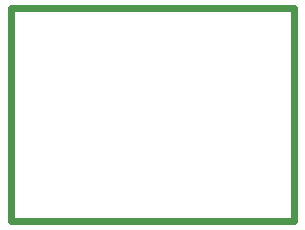
<source format=gbs>
G04*
G04 #@! TF.GenerationSoftware,Altium Limited,CircuitStudio,1.5.2 (30)*
G04*
G04 Layer_Color=16711935*
%FSLAX24Y24*%
%MOIN*%
G70*
G01*
G75*
%ADD18C,0.0236*%
D18*
X0Y0D02*
Y7087D01*
X9449D01*
Y0D02*
Y7087D01*
X0Y0D02*
X9449D01*
M02*

</source>
